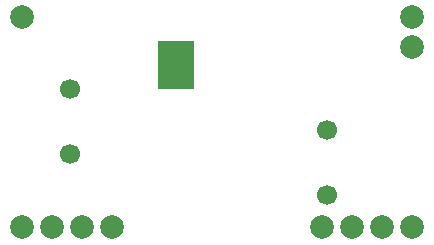
<source format=gbs>
G04 Layer_Color=16711935*
%FSLAX42Y42*%
%MOMM*%
G71*
G01*
G75*
%ADD41C,1.70*%
%ADD42C,2.00*%
%ADD43C,1.00*%
%ADD44R,3.10X2.10*%
D41*
X2775Y450D02*
D03*
X2775Y1000D02*
D03*
X600Y1350D02*
D03*
Y800D02*
D03*
D42*
X707Y178D02*
D03*
X453D02*
D03*
X199D02*
D03*
X961D02*
D03*
X2990D02*
D03*
X3244D02*
D03*
X3498D02*
D03*
X2736D02*
D03*
X3499Y1956D02*
D03*
X197D02*
D03*
X3499Y1702D02*
D03*
D43*
X1450Y1450D02*
D03*
X1550D02*
D03*
Y1550D02*
D03*
X1450D02*
D03*
Y1650D02*
D03*
X1550D02*
D03*
D44*
X1500Y1450D02*
D03*
X1500Y1650D02*
D03*
M02*

</source>
